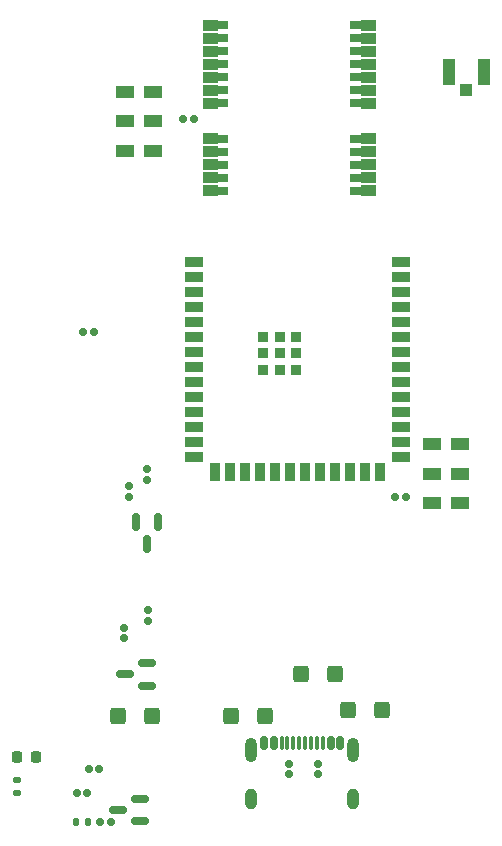
<source format=gbr>
G04 #@! TF.GenerationSoftware,KiCad,Pcbnew,9.0.3*
G04 #@! TF.CreationDate,2025-12-20T12:13:59-05:00*
G04 #@! TF.ProjectId,Experimental,45787065-7269-46d6-956e-74616c2e6b69,rev?*
G04 #@! TF.SameCoordinates,Original*
G04 #@! TF.FileFunction,Paste,Top*
G04 #@! TF.FilePolarity,Positive*
%FSLAX46Y46*%
G04 Gerber Fmt 4.6, Leading zero omitted, Abs format (unit mm)*
G04 Created by KiCad (PCBNEW 9.0.3) date 2025-12-20 12:13:59*
%MOMM*%
%LPD*%
G01*
G04 APERTURE LIST*
G04 Aperture macros list*
%AMRoundRect*
0 Rectangle with rounded corners*
0 $1 Rounding radius*
0 $2 $3 $4 $5 $6 $7 $8 $9 X,Y pos of 4 corners*
0 Add a 4 corners polygon primitive as box body*
4,1,4,$2,$3,$4,$5,$6,$7,$8,$9,$2,$3,0*
0 Add four circle primitives for the rounded corners*
1,1,$1+$1,$2,$3*
1,1,$1+$1,$4,$5*
1,1,$1+$1,$6,$7*
1,1,$1+$1,$8,$9*
0 Add four rect primitives between the rounded corners*
20,1,$1+$1,$2,$3,$4,$5,0*
20,1,$1+$1,$4,$5,$6,$7,0*
20,1,$1+$1,$6,$7,$8,$9,0*
20,1,$1+$1,$8,$9,$2,$3,0*%
G04 Aperture macros list end*
%ADD10C,0.000100*%
%ADD11RoundRect,0.150000X-0.150000X-0.425000X0.150000X-0.425000X0.150000X0.425000X-0.150000X0.425000X0*%
%ADD12RoundRect,0.075000X-0.075000X-0.500000X0.075000X-0.500000X0.075000X0.500000X-0.075000X0.500000X0*%
%ADD13O,1.000000X2.100000*%
%ADD14O,1.000000X1.800000*%
%ADD15RoundRect,0.218750X0.218750X0.256250X-0.218750X0.256250X-0.218750X-0.256250X0.218750X-0.256250X0*%
%ADD16RoundRect,0.158750X-0.158750X0.158750X-0.158750X-0.158750X0.158750X-0.158750X0.158750X0.158750X0*%
%ADD17RoundRect,0.158750X0.158750X-0.158750X0.158750X0.158750X-0.158750X0.158750X-0.158750X-0.158750X0*%
%ADD18RoundRect,0.135000X0.185000X-0.135000X0.185000X0.135000X-0.185000X0.135000X-0.185000X-0.135000X0*%
%ADD19RoundRect,0.150000X0.587500X0.150000X-0.587500X0.150000X-0.587500X-0.150000X0.587500X-0.150000X0*%
%ADD20RoundRect,0.147500X-0.147500X-0.172500X0.147500X-0.172500X0.147500X0.172500X-0.147500X0.172500X0*%
%ADD21R,0.900000X0.900000*%
%ADD22R,1.500000X0.900000*%
%ADD23R,0.900000X1.500000*%
%ADD24RoundRect,0.150000X-0.150000X0.587500X-0.150000X-0.587500X0.150000X-0.587500X0.150000X0.587500X0*%
%ADD25R,1.600000X1.000000*%
%ADD26RoundRect,0.158750X0.158750X0.158750X-0.158750X0.158750X-0.158750X-0.158750X0.158750X-0.158750X0*%
%ADD27RoundRect,0.250000X-0.400000X-0.450000X0.400000X-0.450000X0.400000X0.450000X-0.400000X0.450000X0*%
%ADD28RoundRect,0.158750X-0.158750X-0.158750X0.158750X-0.158750X0.158750X0.158750X-0.158750X0.158750X0*%
%ADD29R,1.050000X2.200000*%
%ADD30R,1.000000X1.050000*%
%ADD31RoundRect,0.250000X0.400000X0.450000X-0.400000X0.450000X-0.400000X-0.450000X0.400000X-0.450000X0*%
G04 APERTURE END LIST*
D10*
X118900000Y-56600000D02*
X119800000Y-56600000D01*
X119800000Y-57200000D01*
X118900000Y-57200000D01*
X118900000Y-57300000D01*
X117700000Y-57300000D01*
X117700000Y-56500000D01*
X118900000Y-56500000D01*
X118900000Y-56600000D01*
G36*
X118900000Y-56600000D02*
G01*
X119800000Y-56600000D01*
X119800000Y-57200000D01*
X118900000Y-57200000D01*
X118900000Y-57300000D01*
X117700000Y-57300000D01*
X117700000Y-56500000D01*
X118900000Y-56500000D01*
X118900000Y-56600000D01*
G37*
X118900000Y-58800000D02*
X119800000Y-58800000D01*
X119800000Y-59400000D01*
X118900000Y-59400000D01*
X118900000Y-59500000D01*
X117700000Y-59500000D01*
X117700000Y-58700000D01*
X118900000Y-58700000D01*
X118900000Y-58800000D01*
G36*
X118900000Y-58800000D02*
G01*
X119800000Y-58800000D01*
X119800000Y-59400000D01*
X118900000Y-59400000D01*
X118900000Y-59500000D01*
X117700000Y-59500000D01*
X117700000Y-58700000D01*
X118900000Y-58700000D01*
X118900000Y-58800000D01*
G37*
X118900000Y-57700000D02*
X119800000Y-57700000D01*
X119800000Y-58300000D01*
X118900000Y-58300000D01*
X118900000Y-58400000D01*
X117700000Y-58400000D01*
X117700000Y-57600000D01*
X118900000Y-57600000D01*
X118900000Y-57700000D01*
G36*
X118900000Y-57700000D02*
G01*
X119800000Y-57700000D01*
X119800000Y-58300000D01*
X118900000Y-58300000D01*
X118900000Y-58400000D01*
X117700000Y-58400000D01*
X117700000Y-57600000D01*
X118900000Y-57600000D01*
X118900000Y-57700000D01*
G37*
X118900000Y-54400000D02*
X119800000Y-54400000D01*
X119800000Y-55000000D01*
X118900000Y-55000000D01*
X118900000Y-55100000D01*
X117700000Y-55100000D01*
X117700000Y-54300000D01*
X118900000Y-54300000D01*
X118900000Y-54400000D01*
G36*
X118900000Y-54400000D02*
G01*
X119800000Y-54400000D01*
X119800000Y-55000000D01*
X118900000Y-55000000D01*
X118900000Y-55100000D01*
X117700000Y-55100000D01*
X117700000Y-54300000D01*
X118900000Y-54300000D01*
X118900000Y-54400000D01*
G37*
X118900000Y-55500000D02*
X119800000Y-55500000D01*
X119800000Y-56100000D01*
X118900000Y-56100000D01*
X118900000Y-56200000D01*
X117700000Y-56200000D01*
X117700000Y-55400000D01*
X118900000Y-55400000D01*
X118900000Y-55500000D01*
G36*
X118900000Y-55500000D02*
G01*
X119800000Y-55500000D01*
X119800000Y-56100000D01*
X118900000Y-56100000D01*
X118900000Y-56200000D01*
X117700000Y-56200000D01*
X117700000Y-55400000D01*
X118900000Y-55400000D01*
X118900000Y-55500000D01*
G37*
X118900000Y-52200000D02*
X119800000Y-52200000D01*
X119800000Y-52800000D01*
X118900000Y-52800000D01*
X118900000Y-52900000D01*
X117700000Y-52900000D01*
X117700000Y-52100000D01*
X118900000Y-52100000D01*
X118900000Y-52200000D01*
G36*
X118900000Y-52200000D02*
G01*
X119800000Y-52200000D01*
X119800000Y-52800000D01*
X118900000Y-52800000D01*
X118900000Y-52900000D01*
X117700000Y-52900000D01*
X117700000Y-52100000D01*
X118900000Y-52100000D01*
X118900000Y-52200000D01*
G37*
X118900000Y-53300000D02*
X119800000Y-53300000D01*
X119800000Y-53900000D01*
X118900000Y-53900000D01*
X118900000Y-54000000D01*
X117700000Y-54000000D01*
X117700000Y-53200000D01*
X118900000Y-53200000D01*
X118900000Y-53300000D01*
G36*
X118900000Y-53300000D02*
G01*
X119800000Y-53300000D01*
X119800000Y-53900000D01*
X118900000Y-53900000D01*
X118900000Y-54000000D01*
X117700000Y-54000000D01*
X117700000Y-53200000D01*
X118900000Y-53200000D01*
X118900000Y-53300000D01*
G37*
X132300000Y-63600000D02*
X131100000Y-63600000D01*
X131100000Y-63500000D01*
X130200000Y-63500000D01*
X130200000Y-62900000D01*
X131100000Y-62900000D01*
X131100000Y-62800000D01*
X132300000Y-62800000D01*
X132300000Y-63600000D01*
G36*
X132300000Y-63600000D02*
G01*
X131100000Y-63600000D01*
X131100000Y-63500000D01*
X130200000Y-63500000D01*
X130200000Y-62900000D01*
X131100000Y-62900000D01*
X131100000Y-62800000D01*
X132300000Y-62800000D01*
X132300000Y-63600000D01*
G37*
X132300000Y-62500000D02*
X131100000Y-62500000D01*
X131100000Y-62400000D01*
X130200000Y-62400000D01*
X130200000Y-61800000D01*
X131100000Y-61800000D01*
X131100000Y-61700000D01*
X132300000Y-61700000D01*
X132300000Y-62500000D01*
G36*
X132300000Y-62500000D02*
G01*
X131100000Y-62500000D01*
X131100000Y-62400000D01*
X130200000Y-62400000D01*
X130200000Y-61800000D01*
X131100000Y-61800000D01*
X131100000Y-61700000D01*
X132300000Y-61700000D01*
X132300000Y-62500000D01*
G37*
X132300000Y-65800000D02*
X131100000Y-65800000D01*
X131100000Y-65700000D01*
X130200000Y-65700000D01*
X130200000Y-65100000D01*
X131100000Y-65100000D01*
X131100000Y-65000000D01*
X132300000Y-65000000D01*
X132300000Y-65800000D01*
G36*
X132300000Y-65800000D02*
G01*
X131100000Y-65800000D01*
X131100000Y-65700000D01*
X130200000Y-65700000D01*
X130200000Y-65100000D01*
X131100000Y-65100000D01*
X131100000Y-65000000D01*
X132300000Y-65000000D01*
X132300000Y-65800000D01*
G37*
X132300000Y-64700000D02*
X131100000Y-64700000D01*
X131100000Y-64600000D01*
X130200000Y-64600000D01*
X130200000Y-64000000D01*
X131100000Y-64000000D01*
X131100000Y-63900000D01*
X132300000Y-63900000D01*
X132300000Y-64700000D01*
G36*
X132300000Y-64700000D02*
G01*
X131100000Y-64700000D01*
X131100000Y-64600000D01*
X130200000Y-64600000D01*
X130200000Y-64000000D01*
X131100000Y-64000000D01*
X131100000Y-63900000D01*
X132300000Y-63900000D01*
X132300000Y-64700000D01*
G37*
X132300000Y-66900000D02*
X131100000Y-66900000D01*
X131100000Y-66800000D01*
X130200000Y-66800000D01*
X130200000Y-66200000D01*
X131100000Y-66200000D01*
X131100000Y-66100000D01*
X132300000Y-66100000D01*
X132300000Y-66900000D01*
G36*
X132300000Y-66900000D02*
G01*
X131100000Y-66900000D01*
X131100000Y-66800000D01*
X130200000Y-66800000D01*
X130200000Y-66200000D01*
X131100000Y-66200000D01*
X131100000Y-66100000D01*
X132300000Y-66100000D01*
X132300000Y-66900000D01*
G37*
X118900000Y-61800000D02*
X119800000Y-61800000D01*
X119800000Y-62400000D01*
X118900000Y-62400000D01*
X118900000Y-62500000D01*
X117700000Y-62500000D01*
X117700000Y-61700000D01*
X118900000Y-61700000D01*
X118900000Y-61800000D01*
G36*
X118900000Y-61800000D02*
G01*
X119800000Y-61800000D01*
X119800000Y-62400000D01*
X118900000Y-62400000D01*
X118900000Y-62500000D01*
X117700000Y-62500000D01*
X117700000Y-61700000D01*
X118900000Y-61700000D01*
X118900000Y-61800000D01*
G37*
X118900000Y-62900000D02*
X119800000Y-62900000D01*
X119800000Y-63500000D01*
X118900000Y-63500000D01*
X118900000Y-63600000D01*
X117700000Y-63600000D01*
X117700000Y-62800000D01*
X118900000Y-62800000D01*
X118900000Y-62900000D01*
G36*
X118900000Y-62900000D02*
G01*
X119800000Y-62900000D01*
X119800000Y-63500000D01*
X118900000Y-63500000D01*
X118900000Y-63600000D01*
X117700000Y-63600000D01*
X117700000Y-62800000D01*
X118900000Y-62800000D01*
X118900000Y-62900000D01*
G37*
X118900000Y-64000000D02*
X119800000Y-64000000D01*
X119800000Y-64600000D01*
X118900000Y-64600000D01*
X118900000Y-64700000D01*
X117700000Y-64700000D01*
X117700000Y-63900000D01*
X118900000Y-63900000D01*
X118900000Y-64000000D01*
G36*
X118900000Y-64000000D02*
G01*
X119800000Y-64000000D01*
X119800000Y-64600000D01*
X118900000Y-64600000D01*
X118900000Y-64700000D01*
X117700000Y-64700000D01*
X117700000Y-63900000D01*
X118900000Y-63900000D01*
X118900000Y-64000000D01*
G37*
X118900000Y-65100000D02*
X119800000Y-65100000D01*
X119800000Y-65700000D01*
X118900000Y-65700000D01*
X118900000Y-65800000D01*
X117700000Y-65800000D01*
X117700000Y-65000000D01*
X118900000Y-65000000D01*
X118900000Y-65100000D01*
G36*
X118900000Y-65100000D02*
G01*
X119800000Y-65100000D01*
X119800000Y-65700000D01*
X118900000Y-65700000D01*
X118900000Y-65800000D01*
X117700000Y-65800000D01*
X117700000Y-65000000D01*
X118900000Y-65000000D01*
X118900000Y-65100000D01*
G37*
X118900000Y-66200000D02*
X119800000Y-66200000D01*
X119800000Y-66800000D01*
X118900000Y-66800000D01*
X118900000Y-66900000D01*
X117700000Y-66900000D01*
X117700000Y-66100000D01*
X118900000Y-66100000D01*
X118900000Y-66200000D01*
G36*
X118900000Y-66200000D02*
G01*
X119800000Y-66200000D01*
X119800000Y-66800000D01*
X118900000Y-66800000D01*
X118900000Y-66900000D01*
X117700000Y-66900000D01*
X117700000Y-66100000D01*
X118900000Y-66100000D01*
X118900000Y-66200000D01*
G37*
X132300000Y-59500000D02*
X131100000Y-59500000D01*
X131100000Y-59400000D01*
X130200000Y-59400000D01*
X130200000Y-58800000D01*
X131100000Y-58800000D01*
X131100000Y-58700000D01*
X132300000Y-58700000D01*
X132300000Y-59500000D01*
G36*
X132300000Y-59500000D02*
G01*
X131100000Y-59500000D01*
X131100000Y-59400000D01*
X130200000Y-59400000D01*
X130200000Y-58800000D01*
X131100000Y-58800000D01*
X131100000Y-58700000D01*
X132300000Y-58700000D01*
X132300000Y-59500000D01*
G37*
X132300000Y-58400000D02*
X131100000Y-58400000D01*
X131100000Y-58300000D01*
X130200000Y-58300000D01*
X130200000Y-57700000D01*
X131100000Y-57700000D01*
X131100000Y-57600000D01*
X132300000Y-57600000D01*
X132300000Y-58400000D01*
G36*
X132300000Y-58400000D02*
G01*
X131100000Y-58400000D01*
X131100000Y-58300000D01*
X130200000Y-58300000D01*
X130200000Y-57700000D01*
X131100000Y-57700000D01*
X131100000Y-57600000D01*
X132300000Y-57600000D01*
X132300000Y-58400000D01*
G37*
X132300000Y-57300000D02*
X131100000Y-57300000D01*
X131100000Y-57200000D01*
X130200000Y-57200000D01*
X130200000Y-56600000D01*
X131100000Y-56600000D01*
X131100000Y-56500000D01*
X132300000Y-56500000D01*
X132300000Y-57300000D01*
G36*
X132300000Y-57300000D02*
G01*
X131100000Y-57300000D01*
X131100000Y-57200000D01*
X130200000Y-57200000D01*
X130200000Y-56600000D01*
X131100000Y-56600000D01*
X131100000Y-56500000D01*
X132300000Y-56500000D01*
X132300000Y-57300000D01*
G37*
X132300000Y-56200000D02*
X131100000Y-56200000D01*
X131100000Y-56100000D01*
X130200000Y-56100000D01*
X130200000Y-55500000D01*
X131100000Y-55500000D01*
X131100000Y-55400000D01*
X132300000Y-55400000D01*
X132300000Y-56200000D01*
G36*
X132300000Y-56200000D02*
G01*
X131100000Y-56200000D01*
X131100000Y-56100000D01*
X130200000Y-56100000D01*
X130200000Y-55500000D01*
X131100000Y-55500000D01*
X131100000Y-55400000D01*
X132300000Y-55400000D01*
X132300000Y-56200000D01*
G37*
X132300000Y-55100000D02*
X131100000Y-55100000D01*
X131100000Y-55000000D01*
X130200000Y-55000000D01*
X130200000Y-54400000D01*
X131100000Y-54400000D01*
X131100000Y-54300000D01*
X132300000Y-54300000D01*
X132300000Y-55100000D01*
G36*
X132300000Y-55100000D02*
G01*
X131100000Y-55100000D01*
X131100000Y-55000000D01*
X130200000Y-55000000D01*
X130200000Y-54400000D01*
X131100000Y-54400000D01*
X131100000Y-54300000D01*
X132300000Y-54300000D01*
X132300000Y-55100000D01*
G37*
X132300000Y-54000000D02*
X131100000Y-54000000D01*
X131100000Y-53900000D01*
X130200000Y-53900000D01*
X130200000Y-53300000D01*
X131100000Y-53300000D01*
X131100000Y-53200000D01*
X132300000Y-53200000D01*
X132300000Y-54000000D01*
G36*
X132300000Y-54000000D02*
G01*
X131100000Y-54000000D01*
X131100000Y-53900000D01*
X130200000Y-53900000D01*
X130200000Y-53300000D01*
X131100000Y-53300000D01*
X131100000Y-53200000D01*
X132300000Y-53200000D01*
X132300000Y-54000000D01*
G37*
X132300000Y-52900000D02*
X131100000Y-52900000D01*
X131100000Y-52800000D01*
X130200000Y-52800000D01*
X130200000Y-52200000D01*
X131100000Y-52200000D01*
X131100000Y-52100000D01*
X132300000Y-52100000D01*
X132300000Y-52900000D01*
G36*
X132300000Y-52900000D02*
G01*
X131100000Y-52900000D01*
X131100000Y-52800000D01*
X130200000Y-52800000D01*
X130200000Y-52200000D01*
X131100000Y-52200000D01*
X131100000Y-52100000D01*
X132300000Y-52100000D01*
X132300000Y-52900000D01*
G37*
D11*
X122938400Y-113320000D03*
X123738400Y-113320000D03*
D12*
X124888400Y-113320000D03*
X125888400Y-113320000D03*
X126388400Y-113320000D03*
X127388400Y-113320000D03*
D11*
X128538400Y-113320000D03*
X129338400Y-113320000D03*
X129338400Y-113320000D03*
X128538400Y-113320000D03*
D12*
X127888400Y-113320000D03*
X126888400Y-113320000D03*
X125388400Y-113320000D03*
X124388400Y-113320000D03*
D11*
X123738400Y-113320000D03*
X122938400Y-113320000D03*
D13*
X121818400Y-113895000D03*
D14*
X121818400Y-118075000D03*
D13*
X130458400Y-113895000D03*
D14*
X130458400Y-118075000D03*
D15*
X103575000Y-114500000D03*
X102000000Y-114500000D03*
D16*
X108500000Y-78500000D03*
X107611000Y-78500000D03*
X108944500Y-115500000D03*
X108055500Y-115500000D03*
D17*
X107055500Y-117500000D03*
X107944500Y-117500000D03*
X109055500Y-120000000D03*
X109944500Y-120000000D03*
D18*
X102000000Y-117500000D03*
X102000000Y-116480000D03*
D19*
X112437500Y-119950000D03*
X112437500Y-118050000D03*
X110562500Y-119000000D03*
D20*
X107015000Y-120000000D03*
X107985000Y-120000000D03*
D21*
X122845606Y-81690000D03*
X122850000Y-78890000D03*
X122850000Y-80290000D03*
X124245606Y-81690000D03*
X124250000Y-78890000D03*
X124250000Y-80290000D03*
X125645606Y-81690000D03*
X125650000Y-78890000D03*
X125650000Y-80290000D03*
D22*
X117000000Y-72570000D03*
X117000000Y-73840000D03*
X117000000Y-75110000D03*
X117000000Y-76380000D03*
X117000000Y-77650000D03*
X117000000Y-78920000D03*
X117000000Y-80190000D03*
X117000000Y-81460000D03*
X117000000Y-82730000D03*
X117000000Y-84000000D03*
X117000000Y-85270000D03*
X117000000Y-86540000D03*
X117000000Y-87810000D03*
X117000000Y-89080000D03*
D23*
X118765000Y-90330000D03*
X120035000Y-90330000D03*
X121305000Y-90330000D03*
X122575000Y-90330000D03*
X123845000Y-90330000D03*
X125115000Y-90330000D03*
X126385000Y-90330000D03*
X127655000Y-90330000D03*
X128925000Y-90330000D03*
X130195000Y-90330000D03*
X131465000Y-90330000D03*
X132735000Y-90330000D03*
D22*
X134500000Y-89080000D03*
X134500000Y-87810000D03*
X134500000Y-86540000D03*
X134500000Y-85270000D03*
X134500000Y-84000000D03*
X134500000Y-82730000D03*
X134500000Y-81460000D03*
X134500000Y-80190000D03*
X134500000Y-78920000D03*
X134500000Y-77650000D03*
X134500000Y-76380000D03*
X134500000Y-75110000D03*
X134500000Y-73840000D03*
X134500000Y-72570000D03*
D17*
X116055500Y-60500000D03*
X116944500Y-60500000D03*
D24*
X113950000Y-94562500D03*
X112050000Y-94562500D03*
X113000000Y-96437500D03*
D25*
X113538400Y-58170000D03*
X113538400Y-60670000D03*
X113538400Y-63170000D03*
X111138400Y-58170000D03*
X111138400Y-60670000D03*
X111138400Y-63170000D03*
D26*
X127500000Y-115944500D03*
X127500000Y-115055500D03*
D27*
X120100000Y-111000000D03*
X123000000Y-111000000D03*
D28*
X111062500Y-103555500D03*
X111062500Y-104444500D03*
D26*
X125000000Y-115944500D03*
X125000000Y-115055500D03*
D19*
X113000000Y-108450000D03*
X113000000Y-106550000D03*
X111125000Y-107500000D03*
D29*
X141500000Y-56500000D03*
D30*
X140025000Y-58025000D03*
D29*
X138550000Y-56500000D03*
D28*
X113062500Y-102060300D03*
X113062500Y-102949300D03*
X113000000Y-90111000D03*
X113000000Y-91000000D03*
X111500000Y-91555500D03*
X111500000Y-92444500D03*
D31*
X113450000Y-111000000D03*
X110550000Y-111000000D03*
X132900000Y-110500000D03*
X130000000Y-110500000D03*
X128950000Y-107500000D03*
X126050000Y-107500000D03*
D25*
X137100000Y-93000000D03*
X137100000Y-90500000D03*
X137100000Y-88000000D03*
X139500000Y-93000000D03*
X139500000Y-90500000D03*
X139500000Y-88000000D03*
D16*
X134889000Y-92500000D03*
X134000000Y-92500000D03*
M02*

</source>
